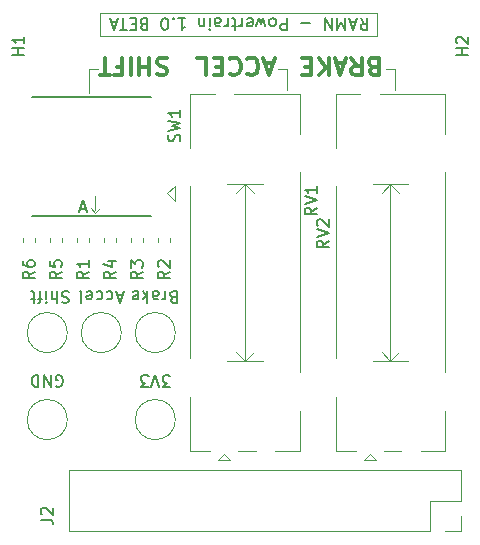
<source format=gbr>
G04 #@! TF.GenerationSoftware,KiCad,Pcbnew,(5.1.4)-1*
G04 #@! TF.CreationDate,2019-12-12T19:48:25+09:00*
G04 #@! TF.ProjectId,microcar_head,6d696372-6f63-4617-925f-686561642e6b,rev?*
G04 #@! TF.SameCoordinates,Original*
G04 #@! TF.FileFunction,Legend,Top*
G04 #@! TF.FilePolarity,Positive*
%FSLAX46Y46*%
G04 Gerber Fmt 4.6, Leading zero omitted, Abs format (unit mm)*
G04 Created by KiCad (PCBNEW (5.1.4)-1) date 2019-12-12 19:48:25*
%MOMM*%
%LPD*%
G04 APERTURE LIST*
%ADD10C,0.120000*%
%ADD11C,0.150000*%
%ADD12C,0.300000*%
%ADD13C,0.127000*%
%ADD14C,0.050000*%
G04 APERTURE END LIST*
D10*
X46355000Y-36830000D02*
X45720000Y-36195000D01*
X46355000Y-35560000D02*
X46355000Y-36830000D01*
X45720000Y-36195000D02*
X46355000Y-35560000D01*
X63500000Y-20955000D02*
X40005000Y-20955000D01*
X63500000Y-22860000D02*
X63500000Y-20955000D01*
X40005000Y-22860000D02*
X63500000Y-22860000D01*
X40005000Y-22860000D02*
X40005000Y-20955000D01*
D11*
X62077904Y-21391619D02*
X62411238Y-21867809D01*
X62649333Y-21391619D02*
X62649333Y-22391619D01*
X62268380Y-22391619D01*
X62173142Y-22344000D01*
X62125523Y-22296380D01*
X62077904Y-22201142D01*
X62077904Y-22058285D01*
X62125523Y-21963047D01*
X62173142Y-21915428D01*
X62268380Y-21867809D01*
X62649333Y-21867809D01*
X61696952Y-21677333D02*
X61220761Y-21677333D01*
X61792190Y-21391619D02*
X61458857Y-22391619D01*
X61125523Y-21391619D01*
X60792190Y-21391619D02*
X60792190Y-22391619D01*
X60458857Y-21677333D01*
X60125523Y-22391619D01*
X60125523Y-21391619D01*
X59649333Y-21391619D02*
X59649333Y-22391619D01*
X59077904Y-21391619D01*
X59077904Y-22391619D01*
X57839809Y-21772571D02*
X57077904Y-21772571D01*
X55839809Y-21391619D02*
X55839809Y-22391619D01*
X55458857Y-22391619D01*
X55363619Y-22344000D01*
X55316000Y-22296380D01*
X55268380Y-22201142D01*
X55268380Y-22058285D01*
X55316000Y-21963047D01*
X55363619Y-21915428D01*
X55458857Y-21867809D01*
X55839809Y-21867809D01*
X54696952Y-21391619D02*
X54792190Y-21439238D01*
X54839809Y-21486857D01*
X54887428Y-21582095D01*
X54887428Y-21867809D01*
X54839809Y-21963047D01*
X54792190Y-22010666D01*
X54696952Y-22058285D01*
X54554095Y-22058285D01*
X54458857Y-22010666D01*
X54411238Y-21963047D01*
X54363619Y-21867809D01*
X54363619Y-21582095D01*
X54411238Y-21486857D01*
X54458857Y-21439238D01*
X54554095Y-21391619D01*
X54696952Y-21391619D01*
X54030285Y-22058285D02*
X53839809Y-21391619D01*
X53649333Y-21867809D01*
X53458857Y-21391619D01*
X53268380Y-22058285D01*
X52506476Y-21439238D02*
X52601714Y-21391619D01*
X52792190Y-21391619D01*
X52887428Y-21439238D01*
X52935047Y-21534476D01*
X52935047Y-21915428D01*
X52887428Y-22010666D01*
X52792190Y-22058285D01*
X52601714Y-22058285D01*
X52506476Y-22010666D01*
X52458857Y-21915428D01*
X52458857Y-21820190D01*
X52935047Y-21724952D01*
X52030285Y-21391619D02*
X52030285Y-22058285D01*
X52030285Y-21867809D02*
X51982666Y-21963047D01*
X51935047Y-22010666D01*
X51839809Y-22058285D01*
X51744571Y-22058285D01*
X51554095Y-22058285D02*
X51173142Y-22058285D01*
X51411238Y-22391619D02*
X51411238Y-21534476D01*
X51363619Y-21439238D01*
X51268380Y-21391619D01*
X51173142Y-21391619D01*
X50839809Y-21391619D02*
X50839809Y-22058285D01*
X50839809Y-21867809D02*
X50792190Y-21963047D01*
X50744571Y-22010666D01*
X50649333Y-22058285D01*
X50554095Y-22058285D01*
X49792190Y-21391619D02*
X49792190Y-21915428D01*
X49839809Y-22010666D01*
X49935047Y-22058285D01*
X50125523Y-22058285D01*
X50220761Y-22010666D01*
X49792190Y-21439238D02*
X49887428Y-21391619D01*
X50125523Y-21391619D01*
X50220761Y-21439238D01*
X50268380Y-21534476D01*
X50268380Y-21629714D01*
X50220761Y-21724952D01*
X50125523Y-21772571D01*
X49887428Y-21772571D01*
X49792190Y-21820190D01*
X49316000Y-21391619D02*
X49316000Y-22058285D01*
X49316000Y-22391619D02*
X49363619Y-22344000D01*
X49316000Y-22296380D01*
X49268380Y-22344000D01*
X49316000Y-22391619D01*
X49316000Y-22296380D01*
X48839809Y-22058285D02*
X48839809Y-21391619D01*
X48839809Y-21963047D02*
X48792190Y-22010666D01*
X48696952Y-22058285D01*
X48554095Y-22058285D01*
X48458857Y-22010666D01*
X48411238Y-21915428D01*
X48411238Y-21391619D01*
X46649333Y-21391619D02*
X47220761Y-21391619D01*
X46935047Y-21391619D02*
X46935047Y-22391619D01*
X47030285Y-22248761D01*
X47125523Y-22153523D01*
X47220761Y-22105904D01*
X46220761Y-21486857D02*
X46173142Y-21439238D01*
X46220761Y-21391619D01*
X46268380Y-21439238D01*
X46220761Y-21486857D01*
X46220761Y-21391619D01*
X45554095Y-22391619D02*
X45458857Y-22391619D01*
X45363619Y-22344000D01*
X45316000Y-22296380D01*
X45268380Y-22201142D01*
X45220761Y-22010666D01*
X45220761Y-21772571D01*
X45268380Y-21582095D01*
X45316000Y-21486857D01*
X45363619Y-21439238D01*
X45458857Y-21391619D01*
X45554095Y-21391619D01*
X45649333Y-21439238D01*
X45696952Y-21486857D01*
X45744571Y-21582095D01*
X45792190Y-21772571D01*
X45792190Y-22010666D01*
X45744571Y-22201142D01*
X45696952Y-22296380D01*
X45649333Y-22344000D01*
X45554095Y-22391619D01*
X43696952Y-21915428D02*
X43554095Y-21867809D01*
X43506476Y-21820190D01*
X43458857Y-21724952D01*
X43458857Y-21582095D01*
X43506476Y-21486857D01*
X43554095Y-21439238D01*
X43649333Y-21391619D01*
X44030285Y-21391619D01*
X44030285Y-22391619D01*
X43696952Y-22391619D01*
X43601714Y-22344000D01*
X43554095Y-22296380D01*
X43506476Y-22201142D01*
X43506476Y-22105904D01*
X43554095Y-22010666D01*
X43601714Y-21963047D01*
X43696952Y-21915428D01*
X44030285Y-21915428D01*
X43030285Y-21915428D02*
X42696952Y-21915428D01*
X42554095Y-21391619D02*
X43030285Y-21391619D01*
X43030285Y-22391619D01*
X42554095Y-22391619D01*
X42268380Y-22391619D02*
X41696952Y-22391619D01*
X41982666Y-21391619D02*
X41982666Y-22391619D01*
X41411238Y-21677333D02*
X40935047Y-21677333D01*
X41506476Y-21391619D02*
X41173142Y-22391619D01*
X40839809Y-21391619D01*
D10*
X39116000Y-25654000D02*
X39116000Y-27686000D01*
X39878000Y-25654000D02*
X39116000Y-25654000D01*
X55880000Y-25654000D02*
X55880000Y-27432000D01*
X55118000Y-25654000D02*
X55880000Y-25654000D01*
X65024000Y-25654000D02*
X65024000Y-27432000D01*
X64262000Y-25654000D02*
X65024000Y-25654000D01*
D12*
X45711714Y-24792857D02*
X45497428Y-24721428D01*
X45140285Y-24721428D01*
X44997428Y-24792857D01*
X44926000Y-24864285D01*
X44854571Y-25007142D01*
X44854571Y-25150000D01*
X44926000Y-25292857D01*
X44997428Y-25364285D01*
X45140285Y-25435714D01*
X45426000Y-25507142D01*
X45568857Y-25578571D01*
X45640285Y-25650000D01*
X45711714Y-25792857D01*
X45711714Y-25935714D01*
X45640285Y-26078571D01*
X45568857Y-26150000D01*
X45426000Y-26221428D01*
X45068857Y-26221428D01*
X44854571Y-26150000D01*
X44211714Y-24721428D02*
X44211714Y-26221428D01*
X44211714Y-25507142D02*
X43354571Y-25507142D01*
X43354571Y-24721428D02*
X43354571Y-26221428D01*
X42640285Y-24721428D02*
X42640285Y-26221428D01*
X41426000Y-25507142D02*
X41926000Y-25507142D01*
X41926000Y-24721428D02*
X41926000Y-26221428D01*
X41211714Y-26221428D01*
X40854571Y-26221428D02*
X39997428Y-26221428D01*
X40426000Y-24721428D02*
X40426000Y-26221428D01*
X54704857Y-25150000D02*
X53990571Y-25150000D01*
X54847714Y-24721428D02*
X54347714Y-26221428D01*
X53847714Y-24721428D01*
X52490571Y-24864285D02*
X52562000Y-24792857D01*
X52776285Y-24721428D01*
X52919142Y-24721428D01*
X53133428Y-24792857D01*
X53276285Y-24935714D01*
X53347714Y-25078571D01*
X53419142Y-25364285D01*
X53419142Y-25578571D01*
X53347714Y-25864285D01*
X53276285Y-26007142D01*
X53133428Y-26150000D01*
X52919142Y-26221428D01*
X52776285Y-26221428D01*
X52562000Y-26150000D01*
X52490571Y-26078571D01*
X50990571Y-24864285D02*
X51062000Y-24792857D01*
X51276285Y-24721428D01*
X51419142Y-24721428D01*
X51633428Y-24792857D01*
X51776285Y-24935714D01*
X51847714Y-25078571D01*
X51919142Y-25364285D01*
X51919142Y-25578571D01*
X51847714Y-25864285D01*
X51776285Y-26007142D01*
X51633428Y-26150000D01*
X51419142Y-26221428D01*
X51276285Y-26221428D01*
X51062000Y-26150000D01*
X50990571Y-26078571D01*
X50347714Y-25507142D02*
X49847714Y-25507142D01*
X49633428Y-24721428D02*
X50347714Y-24721428D01*
X50347714Y-26221428D01*
X49633428Y-26221428D01*
X48276285Y-24721428D02*
X48990571Y-24721428D01*
X48990571Y-26221428D01*
X63166285Y-25507142D02*
X62951999Y-25435714D01*
X62880571Y-25364285D01*
X62809142Y-25221428D01*
X62809142Y-25007142D01*
X62880571Y-24864285D01*
X62951999Y-24792857D01*
X63094857Y-24721428D01*
X63666285Y-24721428D01*
X63666285Y-26221428D01*
X63166285Y-26221428D01*
X63023428Y-26150000D01*
X62951999Y-26078571D01*
X62880571Y-25935714D01*
X62880571Y-25792857D01*
X62951999Y-25650000D01*
X63023428Y-25578571D01*
X63166285Y-25507142D01*
X63666285Y-25507142D01*
X61309142Y-24721428D02*
X61809142Y-25435714D01*
X62166285Y-24721428D02*
X62166285Y-26221428D01*
X61594857Y-26221428D01*
X61452000Y-26150000D01*
X61380571Y-26078571D01*
X61309142Y-25935714D01*
X61309142Y-25721428D01*
X61380571Y-25578571D01*
X61452000Y-25507142D01*
X61594857Y-25435714D01*
X62166285Y-25435714D01*
X60737714Y-25150000D02*
X60023428Y-25150000D01*
X60880571Y-24721428D02*
X60380571Y-26221428D01*
X59880571Y-24721428D01*
X59380571Y-24721428D02*
X59380571Y-26221428D01*
X58523428Y-24721428D02*
X59166285Y-25578571D01*
X58523428Y-26221428D02*
X59380571Y-25364285D01*
X57880571Y-25507142D02*
X57380571Y-25507142D01*
X57166285Y-24721428D02*
X57880571Y-24721428D01*
X57880571Y-26221428D01*
X57166285Y-26221428D01*
D10*
X70545000Y-63500000D02*
X70545000Y-64830000D01*
X70545000Y-64830000D02*
X69215000Y-64830000D01*
X70545000Y-62230000D02*
X67945000Y-62230000D01*
X67945000Y-62230000D02*
X67945000Y-64830000D01*
X67945000Y-64830000D02*
X37405000Y-64830000D01*
X37405000Y-59630000D02*
X37405000Y-64830000D01*
X70545000Y-59630000D02*
X37405000Y-59630000D01*
X70545000Y-59630000D02*
X70545000Y-62230000D01*
D13*
X44300000Y-38095000D02*
X34300000Y-38095000D01*
X44300000Y-28045000D02*
X34300000Y-28045000D01*
D10*
X39624000Y-36449000D02*
X39624000Y-37592000D01*
X39624000Y-37846000D02*
X40005000Y-37465000D01*
X39624000Y-37846000D02*
X39243000Y-37465000D01*
X46404000Y-48006000D02*
G75*
G03X46404000Y-48006000I-1700000J0D01*
G01*
X37260000Y-48006000D02*
G75*
G03X37260000Y-48006000I-1700000J0D01*
G01*
X41832000Y-48006000D02*
G75*
G03X41832000Y-48006000I-1700000J0D01*
G01*
X37260000Y-55372000D02*
G75*
G03X37260000Y-55372000I-1700000J0D01*
G01*
X46404000Y-55372000D02*
G75*
G03X46404000Y-55372000I-1700000J0D01*
G01*
X34546000Y-40294779D02*
X34546000Y-39969221D01*
X33526000Y-40294779D02*
X33526000Y-39969221D01*
X36832000Y-40294779D02*
X36832000Y-39969221D01*
X35812000Y-40294779D02*
X35812000Y-39969221D01*
X41404000Y-40294779D02*
X41404000Y-39969221D01*
X40384000Y-40294779D02*
X40384000Y-39969221D01*
X43690000Y-40294779D02*
X43690000Y-39969221D01*
X42670000Y-40294779D02*
X42670000Y-39969221D01*
X45976000Y-40320279D02*
X45976000Y-39994721D01*
X44956000Y-40320279D02*
X44956000Y-39994721D01*
X39118000Y-40294779D02*
X39118000Y-39969221D01*
X38098000Y-40294779D02*
X38098000Y-39969221D01*
X64615000Y-35400000D02*
X65365000Y-36150000D01*
X63865000Y-36150000D02*
X64615000Y-35400000D01*
X63115000Y-35400000D02*
X66115000Y-35400000D01*
X64615000Y-50400000D02*
X65365000Y-49650000D01*
X63865000Y-49650000D02*
X64615000Y-50400000D01*
X63115000Y-50400000D02*
X66115000Y-50400000D01*
X64615000Y-50400000D02*
X64615000Y-35400000D01*
X63365000Y-58825000D02*
X62865000Y-58325000D01*
X62365000Y-58825000D02*
X63365000Y-58825000D01*
X62865000Y-58325000D02*
X62365000Y-58825000D01*
X63688000Y-27780000D02*
X69235000Y-27780000D01*
X59995000Y-27780000D02*
X62042000Y-27780000D01*
X67188000Y-58020000D02*
X69235000Y-58020000D01*
X64040000Y-58020000D02*
X65543000Y-58020000D01*
X59995000Y-58020000D02*
X61690000Y-58020000D01*
X69235000Y-31164000D02*
X69235000Y-27780000D01*
X69235000Y-51364000D02*
X69235000Y-34435000D01*
X69235000Y-58020000D02*
X69235000Y-54635000D01*
X59995000Y-32364000D02*
X59995000Y-27780000D01*
X59995000Y-50164000D02*
X59995000Y-35635000D01*
X59995000Y-58020000D02*
X59995000Y-53435000D01*
X52296000Y-35400000D02*
X53046000Y-36150000D01*
X51546000Y-36150000D02*
X52296000Y-35400000D01*
X50796000Y-35400000D02*
X53796000Y-35400000D01*
X52296000Y-50400000D02*
X53046000Y-49650000D01*
X51546000Y-49650000D02*
X52296000Y-50400000D01*
X50796000Y-50400000D02*
X53796000Y-50400000D01*
X52296000Y-50400000D02*
X52296000Y-35400000D01*
X51046000Y-58825000D02*
X50546000Y-58325000D01*
X50046000Y-58825000D02*
X51046000Y-58825000D01*
X50546000Y-58325000D02*
X50046000Y-58825000D01*
X51369000Y-27780000D02*
X56916000Y-27780000D01*
X47676000Y-27780000D02*
X49723000Y-27780000D01*
X54869000Y-58020000D02*
X56916000Y-58020000D01*
X51721000Y-58020000D02*
X53224000Y-58020000D01*
X47676000Y-58020000D02*
X49371000Y-58020000D01*
X56916000Y-31164000D02*
X56916000Y-27780000D01*
X56916000Y-51364000D02*
X56916000Y-34435000D01*
X56916000Y-58020000D02*
X56916000Y-54635000D01*
X47676000Y-32364000D02*
X47676000Y-27780000D01*
X47676000Y-50164000D02*
X47676000Y-35635000D01*
X47676000Y-58020000D02*
X47676000Y-53435000D01*
D11*
X35012380Y-63833333D02*
X35726666Y-63833333D01*
X35869523Y-63880952D01*
X35964761Y-63976190D01*
X36012380Y-64119047D01*
X36012380Y-64214285D01*
X35107619Y-63404761D02*
X35060000Y-63357142D01*
X35012380Y-63261904D01*
X35012380Y-63023809D01*
X35060000Y-62928571D01*
X35107619Y-62880952D01*
X35202857Y-62833333D01*
X35298095Y-62833333D01*
X35440952Y-62880952D01*
X36012380Y-63452380D01*
X36012380Y-62833333D01*
X46759761Y-31813333D02*
X46807380Y-31670476D01*
X46807380Y-31432380D01*
X46759761Y-31337142D01*
X46712142Y-31289523D01*
X46616904Y-31241904D01*
X46521666Y-31241904D01*
X46426428Y-31289523D01*
X46378809Y-31337142D01*
X46331190Y-31432380D01*
X46283571Y-31622857D01*
X46235952Y-31718095D01*
X46188333Y-31765714D01*
X46093095Y-31813333D01*
X45997857Y-31813333D01*
X45902619Y-31765714D01*
X45855000Y-31718095D01*
X45807380Y-31622857D01*
X45807380Y-31384761D01*
X45855000Y-31241904D01*
X45807380Y-30908571D02*
X46807380Y-30670476D01*
X46093095Y-30480000D01*
X46807380Y-30289523D01*
X45807380Y-30051428D01*
X46807380Y-29146666D02*
X46807380Y-29718095D01*
X46807380Y-29432380D02*
X45807380Y-29432380D01*
X45950238Y-29527619D01*
X46045476Y-29622857D01*
X46093095Y-29718095D01*
D14*
D11*
X38369904Y-37504666D02*
X38846095Y-37504666D01*
X38274666Y-37790380D02*
X38608000Y-36790380D01*
X38941333Y-37790380D01*
X46227809Y-45029428D02*
X46084952Y-44981809D01*
X46037333Y-44934190D01*
X45989714Y-44838952D01*
X45989714Y-44696095D01*
X46037333Y-44600857D01*
X46084952Y-44553238D01*
X46180190Y-44505619D01*
X46561142Y-44505619D01*
X46561142Y-45505619D01*
X46227809Y-45505619D01*
X46132571Y-45458000D01*
X46084952Y-45410380D01*
X46037333Y-45315142D01*
X46037333Y-45219904D01*
X46084952Y-45124666D01*
X46132571Y-45077047D01*
X46227809Y-45029428D01*
X46561142Y-45029428D01*
X45561142Y-44505619D02*
X45561142Y-45172285D01*
X45561142Y-44981809D02*
X45513523Y-45077047D01*
X45465904Y-45124666D01*
X45370666Y-45172285D01*
X45275428Y-45172285D01*
X44513523Y-44505619D02*
X44513523Y-45029428D01*
X44561142Y-45124666D01*
X44656380Y-45172285D01*
X44846857Y-45172285D01*
X44942095Y-45124666D01*
X44513523Y-44553238D02*
X44608761Y-44505619D01*
X44846857Y-44505619D01*
X44942095Y-44553238D01*
X44989714Y-44648476D01*
X44989714Y-44743714D01*
X44942095Y-44838952D01*
X44846857Y-44886571D01*
X44608761Y-44886571D01*
X44513523Y-44934190D01*
X44037333Y-44505619D02*
X44037333Y-45505619D01*
X43942095Y-44886571D02*
X43656380Y-44505619D01*
X43656380Y-45172285D02*
X44037333Y-44791333D01*
X42846857Y-44553238D02*
X42942095Y-44505619D01*
X43132571Y-44505619D01*
X43227809Y-44553238D01*
X43275428Y-44648476D01*
X43275428Y-45029428D01*
X43227809Y-45124666D01*
X43132571Y-45172285D01*
X42942095Y-45172285D01*
X42846857Y-45124666D01*
X42799238Y-45029428D01*
X42799238Y-44934190D01*
X43275428Y-44838952D01*
X37361619Y-44553238D02*
X37218761Y-44505619D01*
X36980666Y-44505619D01*
X36885428Y-44553238D01*
X36837809Y-44600857D01*
X36790190Y-44696095D01*
X36790190Y-44791333D01*
X36837809Y-44886571D01*
X36885428Y-44934190D01*
X36980666Y-44981809D01*
X37171142Y-45029428D01*
X37266380Y-45077047D01*
X37314000Y-45124666D01*
X37361619Y-45219904D01*
X37361619Y-45315142D01*
X37314000Y-45410380D01*
X37266380Y-45458000D01*
X37171142Y-45505619D01*
X36933047Y-45505619D01*
X36790190Y-45458000D01*
X36361619Y-44505619D02*
X36361619Y-45505619D01*
X35933047Y-44505619D02*
X35933047Y-45029428D01*
X35980666Y-45124666D01*
X36075904Y-45172285D01*
X36218761Y-45172285D01*
X36314000Y-45124666D01*
X36361619Y-45077047D01*
X35456857Y-44505619D02*
X35456857Y-45172285D01*
X35456857Y-45505619D02*
X35504476Y-45458000D01*
X35456857Y-45410380D01*
X35409238Y-45458000D01*
X35456857Y-45505619D01*
X35456857Y-45410380D01*
X35123523Y-45172285D02*
X34742571Y-45172285D01*
X34980666Y-44505619D02*
X34980666Y-45362761D01*
X34933047Y-45458000D01*
X34837809Y-45505619D01*
X34742571Y-45505619D01*
X34552095Y-45172285D02*
X34171142Y-45172285D01*
X34409238Y-45505619D02*
X34409238Y-44648476D01*
X34361619Y-44553238D01*
X34266380Y-44505619D01*
X34171142Y-44505619D01*
X41917714Y-44791333D02*
X41441523Y-44791333D01*
X42012952Y-44505619D02*
X41679619Y-45505619D01*
X41346285Y-44505619D01*
X40584380Y-44553238D02*
X40679619Y-44505619D01*
X40870095Y-44505619D01*
X40965333Y-44553238D01*
X41012952Y-44600857D01*
X41060571Y-44696095D01*
X41060571Y-44981809D01*
X41012952Y-45077047D01*
X40965333Y-45124666D01*
X40870095Y-45172285D01*
X40679619Y-45172285D01*
X40584380Y-45124666D01*
X39727238Y-44553238D02*
X39822476Y-44505619D01*
X40012952Y-44505619D01*
X40108190Y-44553238D01*
X40155809Y-44600857D01*
X40203428Y-44696095D01*
X40203428Y-44981809D01*
X40155809Y-45077047D01*
X40108190Y-45124666D01*
X40012952Y-45172285D01*
X39822476Y-45172285D01*
X39727238Y-45124666D01*
X38917714Y-44553238D02*
X39012952Y-44505619D01*
X39203428Y-44505619D01*
X39298666Y-44553238D01*
X39346285Y-44648476D01*
X39346285Y-45029428D01*
X39298666Y-45124666D01*
X39203428Y-45172285D01*
X39012952Y-45172285D01*
X38917714Y-45124666D01*
X38870095Y-45029428D01*
X38870095Y-44934190D01*
X39346285Y-44838952D01*
X38298666Y-44505619D02*
X38393904Y-44553238D01*
X38441523Y-44648476D01*
X38441523Y-45505619D01*
X36321904Y-52570000D02*
X36417142Y-52617619D01*
X36560000Y-52617619D01*
X36702857Y-52570000D01*
X36798095Y-52474761D01*
X36845714Y-52379523D01*
X36893333Y-52189047D01*
X36893333Y-52046190D01*
X36845714Y-51855714D01*
X36798095Y-51760476D01*
X36702857Y-51665238D01*
X36560000Y-51617619D01*
X36464761Y-51617619D01*
X36321904Y-51665238D01*
X36274285Y-51712857D01*
X36274285Y-52046190D01*
X36464761Y-52046190D01*
X35845714Y-51617619D02*
X35845714Y-52617619D01*
X35274285Y-51617619D01*
X35274285Y-52617619D01*
X34798095Y-51617619D02*
X34798095Y-52617619D01*
X34560000Y-52617619D01*
X34417142Y-52570000D01*
X34321904Y-52474761D01*
X34274285Y-52379523D01*
X34226666Y-52189047D01*
X34226666Y-52046190D01*
X34274285Y-51855714D01*
X34321904Y-51760476D01*
X34417142Y-51665238D01*
X34560000Y-51617619D01*
X34798095Y-51617619D01*
X45942095Y-52617619D02*
X45323047Y-52617619D01*
X45656380Y-52236666D01*
X45513523Y-52236666D01*
X45418285Y-52189047D01*
X45370666Y-52141428D01*
X45323047Y-52046190D01*
X45323047Y-51808095D01*
X45370666Y-51712857D01*
X45418285Y-51665238D01*
X45513523Y-51617619D01*
X45799238Y-51617619D01*
X45894476Y-51665238D01*
X45942095Y-51712857D01*
X45037333Y-52617619D02*
X44704000Y-51617619D01*
X44370666Y-52617619D01*
X44132571Y-52617619D02*
X43513523Y-52617619D01*
X43846857Y-52236666D01*
X43704000Y-52236666D01*
X43608761Y-52189047D01*
X43561142Y-52141428D01*
X43513523Y-52046190D01*
X43513523Y-51808095D01*
X43561142Y-51712857D01*
X43608761Y-51665238D01*
X43704000Y-51617619D01*
X43989714Y-51617619D01*
X44084952Y-51665238D01*
X44132571Y-51712857D01*
X34488380Y-42838666D02*
X34012190Y-43172000D01*
X34488380Y-43410095D02*
X33488380Y-43410095D01*
X33488380Y-43029142D01*
X33536000Y-42933904D01*
X33583619Y-42886285D01*
X33678857Y-42838666D01*
X33821714Y-42838666D01*
X33916952Y-42886285D01*
X33964571Y-42933904D01*
X34012190Y-43029142D01*
X34012190Y-43410095D01*
X33488380Y-41981523D02*
X33488380Y-42172000D01*
X33536000Y-42267238D01*
X33583619Y-42314857D01*
X33726476Y-42410095D01*
X33916952Y-42457714D01*
X34297904Y-42457714D01*
X34393142Y-42410095D01*
X34440761Y-42362476D01*
X34488380Y-42267238D01*
X34488380Y-42076761D01*
X34440761Y-41981523D01*
X34393142Y-41933904D01*
X34297904Y-41886285D01*
X34059809Y-41886285D01*
X33964571Y-41933904D01*
X33916952Y-41981523D01*
X33869333Y-42076761D01*
X33869333Y-42267238D01*
X33916952Y-42362476D01*
X33964571Y-42410095D01*
X34059809Y-42457714D01*
X36774380Y-42838666D02*
X36298190Y-43172000D01*
X36774380Y-43410095D02*
X35774380Y-43410095D01*
X35774380Y-43029142D01*
X35822000Y-42933904D01*
X35869619Y-42886285D01*
X35964857Y-42838666D01*
X36107714Y-42838666D01*
X36202952Y-42886285D01*
X36250571Y-42933904D01*
X36298190Y-43029142D01*
X36298190Y-43410095D01*
X35774380Y-41933904D02*
X35774380Y-42410095D01*
X36250571Y-42457714D01*
X36202952Y-42410095D01*
X36155333Y-42314857D01*
X36155333Y-42076761D01*
X36202952Y-41981523D01*
X36250571Y-41933904D01*
X36345809Y-41886285D01*
X36583904Y-41886285D01*
X36679142Y-41933904D01*
X36726761Y-41981523D01*
X36774380Y-42076761D01*
X36774380Y-42314857D01*
X36726761Y-42410095D01*
X36679142Y-42457714D01*
X41346380Y-42838666D02*
X40870190Y-43172000D01*
X41346380Y-43410095D02*
X40346380Y-43410095D01*
X40346380Y-43029142D01*
X40394000Y-42933904D01*
X40441619Y-42886285D01*
X40536857Y-42838666D01*
X40679714Y-42838666D01*
X40774952Y-42886285D01*
X40822571Y-42933904D01*
X40870190Y-43029142D01*
X40870190Y-43410095D01*
X40679714Y-41981523D02*
X41346380Y-41981523D01*
X40298761Y-42219619D02*
X41013047Y-42457714D01*
X41013047Y-41838666D01*
X43632380Y-42838666D02*
X43156190Y-43172000D01*
X43632380Y-43410095D02*
X42632380Y-43410095D01*
X42632380Y-43029142D01*
X42680000Y-42933904D01*
X42727619Y-42886285D01*
X42822857Y-42838666D01*
X42965714Y-42838666D01*
X43060952Y-42886285D01*
X43108571Y-42933904D01*
X43156190Y-43029142D01*
X43156190Y-43410095D01*
X42632380Y-42505333D02*
X42632380Y-41886285D01*
X43013333Y-42219619D01*
X43013333Y-42076761D01*
X43060952Y-41981523D01*
X43108571Y-41933904D01*
X43203809Y-41886285D01*
X43441904Y-41886285D01*
X43537142Y-41933904D01*
X43584761Y-41981523D01*
X43632380Y-42076761D01*
X43632380Y-42362476D01*
X43584761Y-42457714D01*
X43537142Y-42505333D01*
X45918380Y-42838666D02*
X45442190Y-43172000D01*
X45918380Y-43410095D02*
X44918380Y-43410095D01*
X44918380Y-43029142D01*
X44966000Y-42933904D01*
X45013619Y-42886285D01*
X45108857Y-42838666D01*
X45251714Y-42838666D01*
X45346952Y-42886285D01*
X45394571Y-42933904D01*
X45442190Y-43029142D01*
X45442190Y-43410095D01*
X45013619Y-42457714D02*
X44966000Y-42410095D01*
X44918380Y-42314857D01*
X44918380Y-42076761D01*
X44966000Y-41981523D01*
X45013619Y-41933904D01*
X45108857Y-41886285D01*
X45204095Y-41886285D01*
X45346952Y-41933904D01*
X45918380Y-42505333D01*
X45918380Y-41886285D01*
X39060380Y-42838666D02*
X38584190Y-43172000D01*
X39060380Y-43410095D02*
X38060380Y-43410095D01*
X38060380Y-43029142D01*
X38108000Y-42933904D01*
X38155619Y-42886285D01*
X38250857Y-42838666D01*
X38393714Y-42838666D01*
X38488952Y-42886285D01*
X38536571Y-42933904D01*
X38584190Y-43029142D01*
X38584190Y-43410095D01*
X39060380Y-41886285D02*
X39060380Y-42457714D01*
X39060380Y-42172000D02*
X38060380Y-42172000D01*
X38203238Y-42267238D01*
X38298476Y-42362476D01*
X38346095Y-42457714D01*
X59380380Y-40219238D02*
X58904190Y-40552571D01*
X59380380Y-40790666D02*
X58380380Y-40790666D01*
X58380380Y-40409714D01*
X58428000Y-40314476D01*
X58475619Y-40266857D01*
X58570857Y-40219238D01*
X58713714Y-40219238D01*
X58808952Y-40266857D01*
X58856571Y-40314476D01*
X58904190Y-40409714D01*
X58904190Y-40790666D01*
X58380380Y-39933523D02*
X59380380Y-39600190D01*
X58380380Y-39266857D01*
X58475619Y-38981142D02*
X58428000Y-38933523D01*
X58380380Y-38838285D01*
X58380380Y-38600190D01*
X58428000Y-38504952D01*
X58475619Y-38457333D01*
X58570857Y-38409714D01*
X58666095Y-38409714D01*
X58808952Y-38457333D01*
X59380380Y-39028761D01*
X59380380Y-38409714D01*
X58364380Y-37425238D02*
X57888190Y-37758571D01*
X58364380Y-37996666D02*
X57364380Y-37996666D01*
X57364380Y-37615714D01*
X57412000Y-37520476D01*
X57459619Y-37472857D01*
X57554857Y-37425238D01*
X57697714Y-37425238D01*
X57792952Y-37472857D01*
X57840571Y-37520476D01*
X57888190Y-37615714D01*
X57888190Y-37996666D01*
X57364380Y-37139523D02*
X58364380Y-36806190D01*
X57364380Y-36472857D01*
X58364380Y-35615714D02*
X58364380Y-36187142D01*
X58364380Y-35901428D02*
X57364380Y-35901428D01*
X57507238Y-35996666D01*
X57602476Y-36091904D01*
X57650095Y-36187142D01*
X71191380Y-24510904D02*
X70191380Y-24510904D01*
X70667571Y-24510904D02*
X70667571Y-23939476D01*
X71191380Y-23939476D02*
X70191380Y-23939476D01*
X70286619Y-23510904D02*
X70239000Y-23463285D01*
X70191380Y-23368047D01*
X70191380Y-23129952D01*
X70239000Y-23034714D01*
X70286619Y-22987095D01*
X70381857Y-22939476D01*
X70477095Y-22939476D01*
X70619952Y-22987095D01*
X71191380Y-23558523D01*
X71191380Y-22939476D01*
X33599380Y-24510904D02*
X32599380Y-24510904D01*
X33075571Y-24510904D02*
X33075571Y-23939476D01*
X33599380Y-23939476D02*
X32599380Y-23939476D01*
X33599380Y-22939476D02*
X33599380Y-23510904D01*
X33599380Y-23225190D02*
X32599380Y-23225190D01*
X32742238Y-23320428D01*
X32837476Y-23415666D01*
X32885095Y-23510904D01*
M02*

</source>
